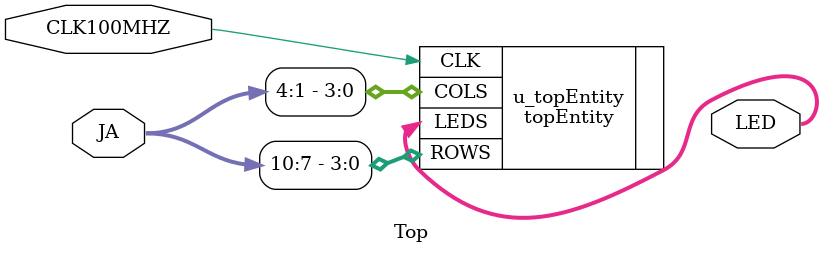
<source format=v>
module Top(
           input         CLK100MHZ,
           output [15:0] LED,
           inout [10:1]  JA
           );

   topEntity u_topEntity
     (.CLK(CLK100MHZ),
      .ROWS(JA[10:7]),
      .COLS(JA[4:1]),
      .LEDS(LED[15:0])
      );
   
endmodule

</source>
